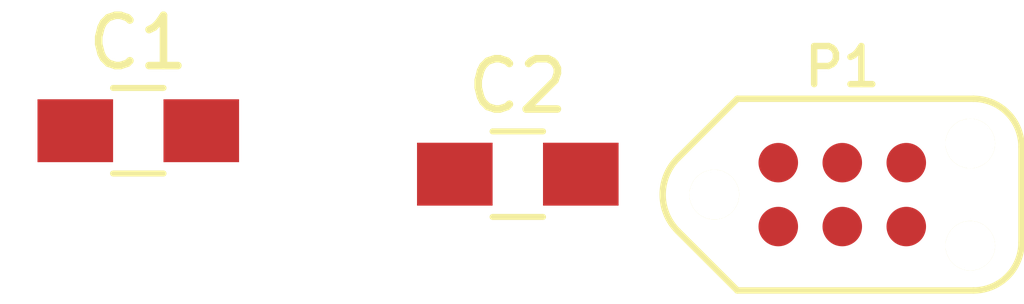
<source format=kicad_pcb>
(kicad_pcb (version 4) (host pcbnew 4.0.7)

  (general
    (links 2)
    (no_connects 2)
    (area 144.67385 101.670256 152.320601 108.539636)
    (thickness 1.6)
    (drawings 0)
    (tracks 0)
    (zones 0)
    (modules 3)
    (nets 9)
  )

  (page A4)
  (layers
    (0 F.Cu signal)
    (31 B.Cu signal)
    (32 B.Adhes user)
    (33 F.Adhes user)
    (34 B.Paste user)
    (35 F.Paste user)
    (36 B.SilkS user)
    (37 F.SilkS user)
    (38 B.Mask user)
    (39 F.Mask user)
    (40 Dwgs.User user)
    (41 Cmts.User user)
    (42 Eco1.User user)
    (43 Eco2.User user)
    (44 Edge.Cuts user)
    (45 Margin user)
    (46 B.CrtYd user)
    (47 F.CrtYd user)
    (48 B.Fab user)
    (49 F.Fab user)
  )

  (setup
    (last_trace_width 0.25)
    (trace_clearance 0.2)
    (zone_clearance 0.508)
    (zone_45_only no)
    (trace_min 0.2)
    (segment_width 0.2)
    (edge_width 0.15)
    (via_size 0.6)
    (via_drill 0.4)
    (via_min_size 0.4)
    (via_min_drill 0.3)
    (uvia_size 0.3)
    (uvia_drill 0.1)
    (uvias_allowed no)
    (uvia_min_size 0.2)
    (uvia_min_drill 0.1)
    (pcb_text_width 0.3)
    (pcb_text_size 1.5 1.5)
    (mod_edge_width 0.15)
    (mod_text_size 1 1)
    (mod_text_width 0.15)
    (pad_size 1.524 1.524)
    (pad_drill 0.762)
    (pad_to_mask_clearance 0.2)
    (aux_axis_origin 0 0)
    (visible_elements FFFFFF7F)
    (pcbplotparams
      (layerselection 0x00030_80000001)
      (usegerberextensions false)
      (excludeedgelayer true)
      (linewidth 0.100000)
      (plotframeref false)
      (viasonmask false)
      (mode 1)
      (useauxorigin false)
      (hpglpennumber 1)
      (hpglpenspeed 20)
      (hpglpendiameter 15)
      (hpglpenoverlay 2)
      (psnegative false)
      (psa4output false)
      (plotreference true)
      (plotvalue true)
      (plotinvisibletext false)
      (padsonsilk false)
      (subtractmaskfromsilk false)
      (outputformat 1)
      (mirror false)
      (drillshape 1)
      (scaleselection 1)
      (outputdirectory ""))
  )

  (net 0 "")
  (net 1 +3V3)
  (net 2 GND)
  (net 3 "Net-(P1-Pad1)")
  (net 4 "Net-(P1-Pad2)")
  (net 5 "Net-(P1-Pad3)")
  (net 6 "Net-(P1-Pad4)")
  (net 7 "Net-(P1-Pad5)")
  (net 8 "Net-(P1-Pad6)")

  (net_class Default "This is the default net class."
    (clearance 0.2)
    (trace_width 0.25)
    (via_dia 0.6)
    (via_drill 0.4)
    (uvia_dia 0.3)
    (uvia_drill 0.1)
    (add_net +3V3)
    (add_net GND)
    (add_net "Net-(P1-Pad1)")
    (add_net "Net-(P1-Pad2)")
    (add_net "Net-(P1-Pad3)")
    (add_net "Net-(P1-Pad4)")
    (add_net "Net-(P1-Pad5)")
    (add_net "Net-(P1-Pad6)")
  )

  (module Capacitors_SMD:C_0805_HandSoldering (layer F.Cu) (tedit 58AA84A8) (tstamp 5A99E71A)
    (at 140.97 104.14)
    (descr "Capacitor SMD 0805, hand soldering")
    (tags "capacitor 0805")
    (path /5A99BBC3)
    (attr smd)
    (fp_text reference C1 (at 0 -1.75) (layer F.SilkS)
      (effects (font (size 1 1) (thickness 0.15)))
    )
    (fp_text value 0.47µF (at 0 1.75) (layer F.Fab)
      (effects (font (size 1 1) (thickness 0.15)))
    )
    (fp_text user %R (at 0 -1.75) (layer F.Fab)
      (effects (font (size 1 1) (thickness 0.15)))
    )
    (fp_line (start -1 0.62) (end -1 -0.62) (layer F.Fab) (width 0.1))
    (fp_line (start 1 0.62) (end -1 0.62) (layer F.Fab) (width 0.1))
    (fp_line (start 1 -0.62) (end 1 0.62) (layer F.Fab) (width 0.1))
    (fp_line (start -1 -0.62) (end 1 -0.62) (layer F.Fab) (width 0.1))
    (fp_line (start 0.5 -0.85) (end -0.5 -0.85) (layer F.SilkS) (width 0.12))
    (fp_line (start -0.5 0.85) (end 0.5 0.85) (layer F.SilkS) (width 0.12))
    (fp_line (start -2.25 -0.88) (end 2.25 -0.88) (layer F.CrtYd) (width 0.05))
    (fp_line (start -2.25 -0.88) (end -2.25 0.87) (layer F.CrtYd) (width 0.05))
    (fp_line (start 2.25 0.87) (end 2.25 -0.88) (layer F.CrtYd) (width 0.05))
    (fp_line (start 2.25 0.87) (end -2.25 0.87) (layer F.CrtYd) (width 0.05))
    (pad 1 smd rect (at -1.25 0) (size 1.5 1.25) (layers F.Cu F.Paste F.Mask)
      (net 1 +3V3))
    (pad 2 smd rect (at 1.25 0) (size 1.5 1.25) (layers F.Cu F.Paste F.Mask)
      (net 2 GND))
    (model Capacitors_SMD.3dshapes/C_0805.wrl
      (at (xyz 0 0 0))
      (scale (xyz 1 1 1))
      (rotate (xyz 0 0 0))
    )
  )

  (module Capacitors_SMD:C_0805_HandSoldering (layer F.Cu) (tedit 58AA84A8) (tstamp 5A99E720)
    (at 148.5011 105.0036)
    (descr "Capacitor SMD 0805, hand soldering")
    (tags "capacitor 0805")
    (path /5A99BA77)
    (attr smd)
    (fp_text reference C2 (at 0 -1.75) (layer F.SilkS)
      (effects (font (size 1 1) (thickness 0.15)))
    )
    (fp_text value C (at 0 1.75) (layer F.Fab)
      (effects (font (size 1 1) (thickness 0.15)))
    )
    (fp_text user %R (at 0 -1.75) (layer F.Fab)
      (effects (font (size 1 1) (thickness 0.15)))
    )
    (fp_line (start -1 0.62) (end -1 -0.62) (layer F.Fab) (width 0.1))
    (fp_line (start 1 0.62) (end -1 0.62) (layer F.Fab) (width 0.1))
    (fp_line (start 1 -0.62) (end 1 0.62) (layer F.Fab) (width 0.1))
    (fp_line (start -1 -0.62) (end 1 -0.62) (layer F.Fab) (width 0.1))
    (fp_line (start 0.5 -0.85) (end -0.5 -0.85) (layer F.SilkS) (width 0.12))
    (fp_line (start -0.5 0.85) (end 0.5 0.85) (layer F.SilkS) (width 0.12))
    (fp_line (start -2.25 -0.88) (end 2.25 -0.88) (layer F.CrtYd) (width 0.05))
    (fp_line (start -2.25 -0.88) (end -2.25 0.87) (layer F.CrtYd) (width 0.05))
    (fp_line (start 2.25 0.87) (end 2.25 -0.88) (layer F.CrtYd) (width 0.05))
    (fp_line (start 2.25 0.87) (end -2.25 0.87) (layer F.CrtYd) (width 0.05))
    (pad 1 smd rect (at -1.25 0) (size 1.5 1.25) (layers F.Cu F.Paste F.Mask)
      (net 1 +3V3))
    (pad 2 smd rect (at 1.25 0) (size 1.5 1.25) (layers F.Cu F.Paste F.Mask)
      (net 2 GND))
    (model Capacitors_SMD.3dshapes/C_0805.wrl
      (at (xyz 0 0 0))
      (scale (xyz 1 1 1))
      (rotate (xyz 0 0 0))
    )
  )

  (module Tag-Connect:TC2030-NL_SMALL (layer F.Cu) (tedit 4FBCCECC) (tstamp 5A99E72D)
    (at 154.94 105.41)
    (descr "Tag-Connect TC2030-NL footprint by carloscuev@gmail.com")
    (tags "Tag-Connect TC2030-NL")
    (path /5A936128)
    (clearance 0.127)
    (attr virtual)
    (fp_text reference P1 (at 0 -2.54) (layer F.SilkS)
      (effects (font (size 0.75692 0.75692) (thickness 0.127)))
    )
    (fp_text value TC2030-CTX (at 0 2.667) (layer F.SilkS) hide
      (effects (font (size 0.75692 0.75692) (thickness 0.127)))
    )
    (fp_line (start 2.6035 1.905) (end -2.0828 1.905) (layer F.SilkS) (width 0.127))
    (fp_line (start 2.6035 -1.905) (end -2.0828 -1.905) (layer F.SilkS) (width 0.127))
    (fp_line (start -3.2639 0.7239) (end -2.0828 1.905) (layer F.SilkS) (width 0.127))
    (fp_line (start -3.2639 -0.7239) (end -2.0828 -1.905) (layer F.SilkS) (width 0.127))
    (fp_arc (start -2.54 0) (end -3.2639 0.7239) (angle 90) (layer F.SilkS) (width 0.127))
    (fp_line (start 3.556 -0.9525) (end 3.556 0.9525) (layer F.SilkS) (width 0.127))
    (fp_arc (start 2.6035 0.9525) (end 3.556 0.9525) (angle 90) (layer F.SilkS) (width 0.127))
    (fp_arc (start 2.6035 -0.9525) (end 2.6035 -1.905) (angle 90) (layer F.SilkS) (width 0.127))
    (pad 1 connect circle (at -1.27 0.635) (size 0.78486 0.78486) (layers F.Cu F.Mask)
      (net 3 "Net-(P1-Pad1)"))
    (pad 2 connect circle (at -1.27 -0.635) (size 0.78486 0.78486) (layers F.Cu F.Mask)
      (net 4 "Net-(P1-Pad2)"))
    (pad 3 connect circle (at 0 0.635) (size 0.78486 0.78486) (layers F.Cu F.Mask)
      (net 5 "Net-(P1-Pad3)"))
    (pad 4 connect circle (at 0 -0.635) (size 0.78486 0.78486) (layers F.Cu F.Mask)
      (net 6 "Net-(P1-Pad4)"))
    (pad 5 connect circle (at 1.27 0.635) (size 0.78486 0.78486) (layers F.Cu F.Mask)
      (net 7 "Net-(P1-Pad5)"))
    (pad 6 connect circle (at 1.27 -0.635) (size 0.78486 0.78486) (layers F.Cu F.Mask)
      (net 8 "Net-(P1-Pad6)"))
    (pad "" np_thru_hole circle (at -2.54 0) (size 0.98806 0.98806) (drill 0.98806) (layers *.Cu *.Mask F.SilkS))
    (pad "" np_thru_hole circle (at 2.54 -1.016) (size 0.98552 0.98552) (drill 0.98552) (layers *.Cu *.Mask F.SilkS))
    (pad "" np_thru_hole circle (at 2.54 1.016) (size 0.98552 0.98552) (drill 0.98552) (layers *.Cu *.Mask F.SilkS))
  )

)

</source>
